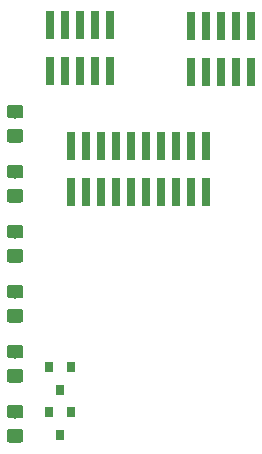
<source format=gbr>
G04 #@! TF.GenerationSoftware,KiCad,Pcbnew,5.0.2-bee76a0~70~ubuntu18.10.1*
G04 #@! TF.CreationDate,2018-12-21T17:56:49+01:00*
G04 #@! TF.ProjectId,jtag_adapter,6a746167-5f61-4646-9170-7465722e6b69,rev?*
G04 #@! TF.SameCoordinates,Original*
G04 #@! TF.FileFunction,Paste,Top*
G04 #@! TF.FilePolarity,Positive*
%FSLAX46Y46*%
G04 Gerber Fmt 4.6, Leading zero omitted, Abs format (unit mm)*
G04 Created by KiCad (PCBNEW 5.0.2-bee76a0~70~ubuntu18.10.1) date Fri 21 Dec 2018 05:56:49 PM CET*
%MOMM*%
%LPD*%
G01*
G04 APERTURE LIST*
%ADD10R,0.740000X2.400000*%
%ADD11C,0.100000*%
%ADD12C,1.150000*%
%ADD13R,0.800000X0.900000*%
G04 APERTURE END LIST*
D10*
G04 #@! TO.C,J9*
X131760000Y-70530000D03*
X131760000Y-66630000D03*
X133030000Y-70530000D03*
X133030000Y-66630000D03*
X134300000Y-70530000D03*
X134300000Y-66630000D03*
X135570000Y-70530000D03*
X135570000Y-66630000D03*
X136840000Y-70530000D03*
X136840000Y-66630000D03*
G04 #@! TD*
G04 #@! TO.C,J4*
X133015000Y-76790000D03*
X133015000Y-80690000D03*
X131745000Y-76790000D03*
X131745000Y-80690000D03*
X130475000Y-76790000D03*
X130475000Y-80690000D03*
X129205000Y-76790000D03*
X129205000Y-80690000D03*
X127935000Y-76790000D03*
X127935000Y-80690000D03*
X126665000Y-76790000D03*
X126665000Y-80690000D03*
X125395000Y-76790000D03*
X125395000Y-80690000D03*
X124125000Y-76790000D03*
X124125000Y-80690000D03*
X122855000Y-76790000D03*
X122855000Y-80690000D03*
X121585000Y-76790000D03*
X121585000Y-80690000D03*
G04 #@! TD*
G04 #@! TO.C,J1*
X124840000Y-66550000D03*
X124840000Y-70450000D03*
X123570000Y-66550000D03*
X123570000Y-70450000D03*
X122300000Y-66550000D03*
X122300000Y-70450000D03*
X121030000Y-66550000D03*
X121030000Y-70450000D03*
X119760000Y-66550000D03*
X119760000Y-70450000D03*
G04 #@! TD*
D11*
G04 #@! TO.C,D3*
G36*
X117314505Y-80461204D02*
X117338773Y-80464804D01*
X117362572Y-80470765D01*
X117385671Y-80479030D01*
X117407850Y-80489520D01*
X117428893Y-80502132D01*
X117448599Y-80516747D01*
X117466777Y-80533223D01*
X117483253Y-80551401D01*
X117497868Y-80571107D01*
X117510480Y-80592150D01*
X117520970Y-80614329D01*
X117529235Y-80637428D01*
X117535196Y-80661227D01*
X117538796Y-80685495D01*
X117540000Y-80709999D01*
X117540000Y-81360001D01*
X117538796Y-81384505D01*
X117535196Y-81408773D01*
X117529235Y-81432572D01*
X117520970Y-81455671D01*
X117510480Y-81477850D01*
X117497868Y-81498893D01*
X117483253Y-81518599D01*
X117466777Y-81536777D01*
X117448599Y-81553253D01*
X117428893Y-81567868D01*
X117407850Y-81580480D01*
X117385671Y-81590970D01*
X117362572Y-81599235D01*
X117338773Y-81605196D01*
X117314505Y-81608796D01*
X117290001Y-81610000D01*
X116389999Y-81610000D01*
X116365495Y-81608796D01*
X116341227Y-81605196D01*
X116317428Y-81599235D01*
X116294329Y-81590970D01*
X116272150Y-81580480D01*
X116251107Y-81567868D01*
X116231401Y-81553253D01*
X116213223Y-81536777D01*
X116196747Y-81518599D01*
X116182132Y-81498893D01*
X116169520Y-81477850D01*
X116159030Y-81455671D01*
X116150765Y-81432572D01*
X116144804Y-81408773D01*
X116141204Y-81384505D01*
X116140000Y-81360001D01*
X116140000Y-80709999D01*
X116141204Y-80685495D01*
X116144804Y-80661227D01*
X116150765Y-80637428D01*
X116159030Y-80614329D01*
X116169520Y-80592150D01*
X116182132Y-80571107D01*
X116196747Y-80551401D01*
X116213223Y-80533223D01*
X116231401Y-80516747D01*
X116251107Y-80502132D01*
X116272150Y-80489520D01*
X116294329Y-80479030D01*
X116317428Y-80470765D01*
X116341227Y-80464804D01*
X116365495Y-80461204D01*
X116389999Y-80460000D01*
X117290001Y-80460000D01*
X117314505Y-80461204D01*
X117314505Y-80461204D01*
G37*
D12*
X116840000Y-81035000D03*
D11*
G36*
X117314505Y-78411204D02*
X117338773Y-78414804D01*
X117362572Y-78420765D01*
X117385671Y-78429030D01*
X117407850Y-78439520D01*
X117428893Y-78452132D01*
X117448599Y-78466747D01*
X117466777Y-78483223D01*
X117483253Y-78501401D01*
X117497868Y-78521107D01*
X117510480Y-78542150D01*
X117520970Y-78564329D01*
X117529235Y-78587428D01*
X117535196Y-78611227D01*
X117538796Y-78635495D01*
X117540000Y-78659999D01*
X117540000Y-79310001D01*
X117538796Y-79334505D01*
X117535196Y-79358773D01*
X117529235Y-79382572D01*
X117520970Y-79405671D01*
X117510480Y-79427850D01*
X117497868Y-79448893D01*
X117483253Y-79468599D01*
X117466777Y-79486777D01*
X117448599Y-79503253D01*
X117428893Y-79517868D01*
X117407850Y-79530480D01*
X117385671Y-79540970D01*
X117362572Y-79549235D01*
X117338773Y-79555196D01*
X117314505Y-79558796D01*
X117290001Y-79560000D01*
X116389999Y-79560000D01*
X116365495Y-79558796D01*
X116341227Y-79555196D01*
X116317428Y-79549235D01*
X116294329Y-79540970D01*
X116272150Y-79530480D01*
X116251107Y-79517868D01*
X116231401Y-79503253D01*
X116213223Y-79486777D01*
X116196747Y-79468599D01*
X116182132Y-79448893D01*
X116169520Y-79427850D01*
X116159030Y-79405671D01*
X116150765Y-79382572D01*
X116144804Y-79358773D01*
X116141204Y-79334505D01*
X116140000Y-79310001D01*
X116140000Y-78659999D01*
X116141204Y-78635495D01*
X116144804Y-78611227D01*
X116150765Y-78587428D01*
X116159030Y-78564329D01*
X116169520Y-78542150D01*
X116182132Y-78521107D01*
X116196747Y-78501401D01*
X116213223Y-78483223D01*
X116231401Y-78466747D01*
X116251107Y-78452132D01*
X116272150Y-78439520D01*
X116294329Y-78429030D01*
X116317428Y-78420765D01*
X116341227Y-78414804D01*
X116365495Y-78411204D01*
X116389999Y-78410000D01*
X117290001Y-78410000D01*
X117314505Y-78411204D01*
X117314505Y-78411204D01*
G37*
D12*
X116840000Y-78985000D03*
G04 #@! TD*
D11*
G04 #@! TO.C,D2*
G36*
X117314505Y-85541204D02*
X117338773Y-85544804D01*
X117362572Y-85550765D01*
X117385671Y-85559030D01*
X117407850Y-85569520D01*
X117428893Y-85582132D01*
X117448599Y-85596747D01*
X117466777Y-85613223D01*
X117483253Y-85631401D01*
X117497868Y-85651107D01*
X117510480Y-85672150D01*
X117520970Y-85694329D01*
X117529235Y-85717428D01*
X117535196Y-85741227D01*
X117538796Y-85765495D01*
X117540000Y-85789999D01*
X117540000Y-86440001D01*
X117538796Y-86464505D01*
X117535196Y-86488773D01*
X117529235Y-86512572D01*
X117520970Y-86535671D01*
X117510480Y-86557850D01*
X117497868Y-86578893D01*
X117483253Y-86598599D01*
X117466777Y-86616777D01*
X117448599Y-86633253D01*
X117428893Y-86647868D01*
X117407850Y-86660480D01*
X117385671Y-86670970D01*
X117362572Y-86679235D01*
X117338773Y-86685196D01*
X117314505Y-86688796D01*
X117290001Y-86690000D01*
X116389999Y-86690000D01*
X116365495Y-86688796D01*
X116341227Y-86685196D01*
X116317428Y-86679235D01*
X116294329Y-86670970D01*
X116272150Y-86660480D01*
X116251107Y-86647868D01*
X116231401Y-86633253D01*
X116213223Y-86616777D01*
X116196747Y-86598599D01*
X116182132Y-86578893D01*
X116169520Y-86557850D01*
X116159030Y-86535671D01*
X116150765Y-86512572D01*
X116144804Y-86488773D01*
X116141204Y-86464505D01*
X116140000Y-86440001D01*
X116140000Y-85789999D01*
X116141204Y-85765495D01*
X116144804Y-85741227D01*
X116150765Y-85717428D01*
X116159030Y-85694329D01*
X116169520Y-85672150D01*
X116182132Y-85651107D01*
X116196747Y-85631401D01*
X116213223Y-85613223D01*
X116231401Y-85596747D01*
X116251107Y-85582132D01*
X116272150Y-85569520D01*
X116294329Y-85559030D01*
X116317428Y-85550765D01*
X116341227Y-85544804D01*
X116365495Y-85541204D01*
X116389999Y-85540000D01*
X117290001Y-85540000D01*
X117314505Y-85541204D01*
X117314505Y-85541204D01*
G37*
D12*
X116840000Y-86115000D03*
D11*
G36*
X117314505Y-83491204D02*
X117338773Y-83494804D01*
X117362572Y-83500765D01*
X117385671Y-83509030D01*
X117407850Y-83519520D01*
X117428893Y-83532132D01*
X117448599Y-83546747D01*
X117466777Y-83563223D01*
X117483253Y-83581401D01*
X117497868Y-83601107D01*
X117510480Y-83622150D01*
X117520970Y-83644329D01*
X117529235Y-83667428D01*
X117535196Y-83691227D01*
X117538796Y-83715495D01*
X117540000Y-83739999D01*
X117540000Y-84390001D01*
X117538796Y-84414505D01*
X117535196Y-84438773D01*
X117529235Y-84462572D01*
X117520970Y-84485671D01*
X117510480Y-84507850D01*
X117497868Y-84528893D01*
X117483253Y-84548599D01*
X117466777Y-84566777D01*
X117448599Y-84583253D01*
X117428893Y-84597868D01*
X117407850Y-84610480D01*
X117385671Y-84620970D01*
X117362572Y-84629235D01*
X117338773Y-84635196D01*
X117314505Y-84638796D01*
X117290001Y-84640000D01*
X116389999Y-84640000D01*
X116365495Y-84638796D01*
X116341227Y-84635196D01*
X116317428Y-84629235D01*
X116294329Y-84620970D01*
X116272150Y-84610480D01*
X116251107Y-84597868D01*
X116231401Y-84583253D01*
X116213223Y-84566777D01*
X116196747Y-84548599D01*
X116182132Y-84528893D01*
X116169520Y-84507850D01*
X116159030Y-84485671D01*
X116150765Y-84462572D01*
X116144804Y-84438773D01*
X116141204Y-84414505D01*
X116140000Y-84390001D01*
X116140000Y-83739999D01*
X116141204Y-83715495D01*
X116144804Y-83691227D01*
X116150765Y-83667428D01*
X116159030Y-83644329D01*
X116169520Y-83622150D01*
X116182132Y-83601107D01*
X116196747Y-83581401D01*
X116213223Y-83563223D01*
X116231401Y-83546747D01*
X116251107Y-83532132D01*
X116272150Y-83519520D01*
X116294329Y-83509030D01*
X116317428Y-83500765D01*
X116341227Y-83494804D01*
X116365495Y-83491204D01*
X116389999Y-83490000D01*
X117290001Y-83490000D01*
X117314505Y-83491204D01*
X117314505Y-83491204D01*
G37*
D12*
X116840000Y-84065000D03*
G04 #@! TD*
D11*
G04 #@! TO.C,D1*
G36*
X117314505Y-100781204D02*
X117338773Y-100784804D01*
X117362572Y-100790765D01*
X117385671Y-100799030D01*
X117407850Y-100809520D01*
X117428893Y-100822132D01*
X117448599Y-100836747D01*
X117466777Y-100853223D01*
X117483253Y-100871401D01*
X117497868Y-100891107D01*
X117510480Y-100912150D01*
X117520970Y-100934329D01*
X117529235Y-100957428D01*
X117535196Y-100981227D01*
X117538796Y-101005495D01*
X117540000Y-101029999D01*
X117540000Y-101680001D01*
X117538796Y-101704505D01*
X117535196Y-101728773D01*
X117529235Y-101752572D01*
X117520970Y-101775671D01*
X117510480Y-101797850D01*
X117497868Y-101818893D01*
X117483253Y-101838599D01*
X117466777Y-101856777D01*
X117448599Y-101873253D01*
X117428893Y-101887868D01*
X117407850Y-101900480D01*
X117385671Y-101910970D01*
X117362572Y-101919235D01*
X117338773Y-101925196D01*
X117314505Y-101928796D01*
X117290001Y-101930000D01*
X116389999Y-101930000D01*
X116365495Y-101928796D01*
X116341227Y-101925196D01*
X116317428Y-101919235D01*
X116294329Y-101910970D01*
X116272150Y-101900480D01*
X116251107Y-101887868D01*
X116231401Y-101873253D01*
X116213223Y-101856777D01*
X116196747Y-101838599D01*
X116182132Y-101818893D01*
X116169520Y-101797850D01*
X116159030Y-101775671D01*
X116150765Y-101752572D01*
X116144804Y-101728773D01*
X116141204Y-101704505D01*
X116140000Y-101680001D01*
X116140000Y-101029999D01*
X116141204Y-101005495D01*
X116144804Y-100981227D01*
X116150765Y-100957428D01*
X116159030Y-100934329D01*
X116169520Y-100912150D01*
X116182132Y-100891107D01*
X116196747Y-100871401D01*
X116213223Y-100853223D01*
X116231401Y-100836747D01*
X116251107Y-100822132D01*
X116272150Y-100809520D01*
X116294329Y-100799030D01*
X116317428Y-100790765D01*
X116341227Y-100784804D01*
X116365495Y-100781204D01*
X116389999Y-100780000D01*
X117290001Y-100780000D01*
X117314505Y-100781204D01*
X117314505Y-100781204D01*
G37*
D12*
X116840000Y-101355000D03*
D11*
G36*
X117314505Y-98731204D02*
X117338773Y-98734804D01*
X117362572Y-98740765D01*
X117385671Y-98749030D01*
X117407850Y-98759520D01*
X117428893Y-98772132D01*
X117448599Y-98786747D01*
X117466777Y-98803223D01*
X117483253Y-98821401D01*
X117497868Y-98841107D01*
X117510480Y-98862150D01*
X117520970Y-98884329D01*
X117529235Y-98907428D01*
X117535196Y-98931227D01*
X117538796Y-98955495D01*
X117540000Y-98979999D01*
X117540000Y-99630001D01*
X117538796Y-99654505D01*
X117535196Y-99678773D01*
X117529235Y-99702572D01*
X117520970Y-99725671D01*
X117510480Y-99747850D01*
X117497868Y-99768893D01*
X117483253Y-99788599D01*
X117466777Y-99806777D01*
X117448599Y-99823253D01*
X117428893Y-99837868D01*
X117407850Y-99850480D01*
X117385671Y-99860970D01*
X117362572Y-99869235D01*
X117338773Y-99875196D01*
X117314505Y-99878796D01*
X117290001Y-99880000D01*
X116389999Y-99880000D01*
X116365495Y-99878796D01*
X116341227Y-99875196D01*
X116317428Y-99869235D01*
X116294329Y-99860970D01*
X116272150Y-99850480D01*
X116251107Y-99837868D01*
X116231401Y-99823253D01*
X116213223Y-99806777D01*
X116196747Y-99788599D01*
X116182132Y-99768893D01*
X116169520Y-99747850D01*
X116159030Y-99725671D01*
X116150765Y-99702572D01*
X116144804Y-99678773D01*
X116141204Y-99654505D01*
X116140000Y-99630001D01*
X116140000Y-98979999D01*
X116141204Y-98955495D01*
X116144804Y-98931227D01*
X116150765Y-98907428D01*
X116159030Y-98884329D01*
X116169520Y-98862150D01*
X116182132Y-98841107D01*
X116196747Y-98821401D01*
X116213223Y-98803223D01*
X116231401Y-98786747D01*
X116251107Y-98772132D01*
X116272150Y-98759520D01*
X116294329Y-98749030D01*
X116317428Y-98740765D01*
X116341227Y-98734804D01*
X116365495Y-98731204D01*
X116389999Y-98730000D01*
X117290001Y-98730000D01*
X117314505Y-98731204D01*
X117314505Y-98731204D01*
G37*
D12*
X116840000Y-99305000D03*
G04 #@! TD*
D13*
G04 #@! TO.C,Q2*
X120650000Y-97520000D03*
X119700000Y-95520000D03*
X121600000Y-95520000D03*
G04 #@! TD*
G04 #@! TO.C,Q1*
X121600000Y-99330000D03*
X119700000Y-99330000D03*
X120650000Y-101330000D03*
G04 #@! TD*
D11*
G04 #@! TO.C,R3*
G36*
X117314505Y-73331204D02*
X117338773Y-73334804D01*
X117362572Y-73340765D01*
X117385671Y-73349030D01*
X117407850Y-73359520D01*
X117428893Y-73372132D01*
X117448599Y-73386747D01*
X117466777Y-73403223D01*
X117483253Y-73421401D01*
X117497868Y-73441107D01*
X117510480Y-73462150D01*
X117520970Y-73484329D01*
X117529235Y-73507428D01*
X117535196Y-73531227D01*
X117538796Y-73555495D01*
X117540000Y-73579999D01*
X117540000Y-74230001D01*
X117538796Y-74254505D01*
X117535196Y-74278773D01*
X117529235Y-74302572D01*
X117520970Y-74325671D01*
X117510480Y-74347850D01*
X117497868Y-74368893D01*
X117483253Y-74388599D01*
X117466777Y-74406777D01*
X117448599Y-74423253D01*
X117428893Y-74437868D01*
X117407850Y-74450480D01*
X117385671Y-74460970D01*
X117362572Y-74469235D01*
X117338773Y-74475196D01*
X117314505Y-74478796D01*
X117290001Y-74480000D01*
X116389999Y-74480000D01*
X116365495Y-74478796D01*
X116341227Y-74475196D01*
X116317428Y-74469235D01*
X116294329Y-74460970D01*
X116272150Y-74450480D01*
X116251107Y-74437868D01*
X116231401Y-74423253D01*
X116213223Y-74406777D01*
X116196747Y-74388599D01*
X116182132Y-74368893D01*
X116169520Y-74347850D01*
X116159030Y-74325671D01*
X116150765Y-74302572D01*
X116144804Y-74278773D01*
X116141204Y-74254505D01*
X116140000Y-74230001D01*
X116140000Y-73579999D01*
X116141204Y-73555495D01*
X116144804Y-73531227D01*
X116150765Y-73507428D01*
X116159030Y-73484329D01*
X116169520Y-73462150D01*
X116182132Y-73441107D01*
X116196747Y-73421401D01*
X116213223Y-73403223D01*
X116231401Y-73386747D01*
X116251107Y-73372132D01*
X116272150Y-73359520D01*
X116294329Y-73349030D01*
X116317428Y-73340765D01*
X116341227Y-73334804D01*
X116365495Y-73331204D01*
X116389999Y-73330000D01*
X117290001Y-73330000D01*
X117314505Y-73331204D01*
X117314505Y-73331204D01*
G37*
D12*
X116840000Y-73905000D03*
D11*
G36*
X117314505Y-75381204D02*
X117338773Y-75384804D01*
X117362572Y-75390765D01*
X117385671Y-75399030D01*
X117407850Y-75409520D01*
X117428893Y-75422132D01*
X117448599Y-75436747D01*
X117466777Y-75453223D01*
X117483253Y-75471401D01*
X117497868Y-75491107D01*
X117510480Y-75512150D01*
X117520970Y-75534329D01*
X117529235Y-75557428D01*
X117535196Y-75581227D01*
X117538796Y-75605495D01*
X117540000Y-75629999D01*
X117540000Y-76280001D01*
X117538796Y-76304505D01*
X117535196Y-76328773D01*
X117529235Y-76352572D01*
X117520970Y-76375671D01*
X117510480Y-76397850D01*
X117497868Y-76418893D01*
X117483253Y-76438599D01*
X117466777Y-76456777D01*
X117448599Y-76473253D01*
X117428893Y-76487868D01*
X117407850Y-76500480D01*
X117385671Y-76510970D01*
X117362572Y-76519235D01*
X117338773Y-76525196D01*
X117314505Y-76528796D01*
X117290001Y-76530000D01*
X116389999Y-76530000D01*
X116365495Y-76528796D01*
X116341227Y-76525196D01*
X116317428Y-76519235D01*
X116294329Y-76510970D01*
X116272150Y-76500480D01*
X116251107Y-76487868D01*
X116231401Y-76473253D01*
X116213223Y-76456777D01*
X116196747Y-76438599D01*
X116182132Y-76418893D01*
X116169520Y-76397850D01*
X116159030Y-76375671D01*
X116150765Y-76352572D01*
X116144804Y-76328773D01*
X116141204Y-76304505D01*
X116140000Y-76280001D01*
X116140000Y-75629999D01*
X116141204Y-75605495D01*
X116144804Y-75581227D01*
X116150765Y-75557428D01*
X116159030Y-75534329D01*
X116169520Y-75512150D01*
X116182132Y-75491107D01*
X116196747Y-75471401D01*
X116213223Y-75453223D01*
X116231401Y-75436747D01*
X116251107Y-75422132D01*
X116272150Y-75409520D01*
X116294329Y-75399030D01*
X116317428Y-75390765D01*
X116341227Y-75384804D01*
X116365495Y-75381204D01*
X116389999Y-75380000D01*
X117290001Y-75380000D01*
X117314505Y-75381204D01*
X117314505Y-75381204D01*
G37*
D12*
X116840000Y-75955000D03*
G04 #@! TD*
D11*
G04 #@! TO.C,R2*
G36*
X117314505Y-88571204D02*
X117338773Y-88574804D01*
X117362572Y-88580765D01*
X117385671Y-88589030D01*
X117407850Y-88599520D01*
X117428893Y-88612132D01*
X117448599Y-88626747D01*
X117466777Y-88643223D01*
X117483253Y-88661401D01*
X117497868Y-88681107D01*
X117510480Y-88702150D01*
X117520970Y-88724329D01*
X117529235Y-88747428D01*
X117535196Y-88771227D01*
X117538796Y-88795495D01*
X117540000Y-88819999D01*
X117540000Y-89470001D01*
X117538796Y-89494505D01*
X117535196Y-89518773D01*
X117529235Y-89542572D01*
X117520970Y-89565671D01*
X117510480Y-89587850D01*
X117497868Y-89608893D01*
X117483253Y-89628599D01*
X117466777Y-89646777D01*
X117448599Y-89663253D01*
X117428893Y-89677868D01*
X117407850Y-89690480D01*
X117385671Y-89700970D01*
X117362572Y-89709235D01*
X117338773Y-89715196D01*
X117314505Y-89718796D01*
X117290001Y-89720000D01*
X116389999Y-89720000D01*
X116365495Y-89718796D01*
X116341227Y-89715196D01*
X116317428Y-89709235D01*
X116294329Y-89700970D01*
X116272150Y-89690480D01*
X116251107Y-89677868D01*
X116231401Y-89663253D01*
X116213223Y-89646777D01*
X116196747Y-89628599D01*
X116182132Y-89608893D01*
X116169520Y-89587850D01*
X116159030Y-89565671D01*
X116150765Y-89542572D01*
X116144804Y-89518773D01*
X116141204Y-89494505D01*
X116140000Y-89470001D01*
X116140000Y-88819999D01*
X116141204Y-88795495D01*
X116144804Y-88771227D01*
X116150765Y-88747428D01*
X116159030Y-88724329D01*
X116169520Y-88702150D01*
X116182132Y-88681107D01*
X116196747Y-88661401D01*
X116213223Y-88643223D01*
X116231401Y-88626747D01*
X116251107Y-88612132D01*
X116272150Y-88599520D01*
X116294329Y-88589030D01*
X116317428Y-88580765D01*
X116341227Y-88574804D01*
X116365495Y-88571204D01*
X116389999Y-88570000D01*
X117290001Y-88570000D01*
X117314505Y-88571204D01*
X117314505Y-88571204D01*
G37*
D12*
X116840000Y-89145000D03*
D11*
G36*
X117314505Y-90621204D02*
X117338773Y-90624804D01*
X117362572Y-90630765D01*
X117385671Y-90639030D01*
X117407850Y-90649520D01*
X117428893Y-90662132D01*
X117448599Y-90676747D01*
X117466777Y-90693223D01*
X117483253Y-90711401D01*
X117497868Y-90731107D01*
X117510480Y-90752150D01*
X117520970Y-90774329D01*
X117529235Y-90797428D01*
X117535196Y-90821227D01*
X117538796Y-90845495D01*
X117540000Y-90869999D01*
X117540000Y-91520001D01*
X117538796Y-91544505D01*
X117535196Y-91568773D01*
X117529235Y-91592572D01*
X117520970Y-91615671D01*
X117510480Y-91637850D01*
X117497868Y-91658893D01*
X117483253Y-91678599D01*
X117466777Y-91696777D01*
X117448599Y-91713253D01*
X117428893Y-91727868D01*
X117407850Y-91740480D01*
X117385671Y-91750970D01*
X117362572Y-91759235D01*
X117338773Y-91765196D01*
X117314505Y-91768796D01*
X117290001Y-91770000D01*
X116389999Y-91770000D01*
X116365495Y-91768796D01*
X116341227Y-91765196D01*
X116317428Y-91759235D01*
X116294329Y-91750970D01*
X116272150Y-91740480D01*
X116251107Y-91727868D01*
X116231401Y-91713253D01*
X116213223Y-91696777D01*
X116196747Y-91678599D01*
X116182132Y-91658893D01*
X116169520Y-91637850D01*
X116159030Y-91615671D01*
X116150765Y-91592572D01*
X116144804Y-91568773D01*
X116141204Y-91544505D01*
X116140000Y-91520001D01*
X116140000Y-90869999D01*
X116141204Y-90845495D01*
X116144804Y-90821227D01*
X116150765Y-90797428D01*
X116159030Y-90774329D01*
X116169520Y-90752150D01*
X116182132Y-90731107D01*
X116196747Y-90711401D01*
X116213223Y-90693223D01*
X116231401Y-90676747D01*
X116251107Y-90662132D01*
X116272150Y-90649520D01*
X116294329Y-90639030D01*
X116317428Y-90630765D01*
X116341227Y-90624804D01*
X116365495Y-90621204D01*
X116389999Y-90620000D01*
X117290001Y-90620000D01*
X117314505Y-90621204D01*
X117314505Y-90621204D01*
G37*
D12*
X116840000Y-91195000D03*
G04 #@! TD*
D11*
G04 #@! TO.C,R1*
G36*
X117314505Y-93651204D02*
X117338773Y-93654804D01*
X117362572Y-93660765D01*
X117385671Y-93669030D01*
X117407850Y-93679520D01*
X117428893Y-93692132D01*
X117448599Y-93706747D01*
X117466777Y-93723223D01*
X117483253Y-93741401D01*
X117497868Y-93761107D01*
X117510480Y-93782150D01*
X117520970Y-93804329D01*
X117529235Y-93827428D01*
X117535196Y-93851227D01*
X117538796Y-93875495D01*
X117540000Y-93899999D01*
X117540000Y-94550001D01*
X117538796Y-94574505D01*
X117535196Y-94598773D01*
X117529235Y-94622572D01*
X117520970Y-94645671D01*
X117510480Y-94667850D01*
X117497868Y-94688893D01*
X117483253Y-94708599D01*
X117466777Y-94726777D01*
X117448599Y-94743253D01*
X117428893Y-94757868D01*
X117407850Y-94770480D01*
X117385671Y-94780970D01*
X117362572Y-94789235D01*
X117338773Y-94795196D01*
X117314505Y-94798796D01*
X117290001Y-94800000D01*
X116389999Y-94800000D01*
X116365495Y-94798796D01*
X116341227Y-94795196D01*
X116317428Y-94789235D01*
X116294329Y-94780970D01*
X116272150Y-94770480D01*
X116251107Y-94757868D01*
X116231401Y-94743253D01*
X116213223Y-94726777D01*
X116196747Y-94708599D01*
X116182132Y-94688893D01*
X116169520Y-94667850D01*
X116159030Y-94645671D01*
X116150765Y-94622572D01*
X116144804Y-94598773D01*
X116141204Y-94574505D01*
X116140000Y-94550001D01*
X116140000Y-93899999D01*
X116141204Y-93875495D01*
X116144804Y-93851227D01*
X116150765Y-93827428D01*
X116159030Y-93804329D01*
X116169520Y-93782150D01*
X116182132Y-93761107D01*
X116196747Y-93741401D01*
X116213223Y-93723223D01*
X116231401Y-93706747D01*
X116251107Y-93692132D01*
X116272150Y-93679520D01*
X116294329Y-93669030D01*
X116317428Y-93660765D01*
X116341227Y-93654804D01*
X116365495Y-93651204D01*
X116389999Y-93650000D01*
X117290001Y-93650000D01*
X117314505Y-93651204D01*
X117314505Y-93651204D01*
G37*
D12*
X116840000Y-94225000D03*
D11*
G36*
X117314505Y-95701204D02*
X117338773Y-95704804D01*
X117362572Y-95710765D01*
X117385671Y-95719030D01*
X117407850Y-95729520D01*
X117428893Y-95742132D01*
X117448599Y-95756747D01*
X117466777Y-95773223D01*
X117483253Y-95791401D01*
X117497868Y-95811107D01*
X117510480Y-95832150D01*
X117520970Y-95854329D01*
X117529235Y-95877428D01*
X117535196Y-95901227D01*
X117538796Y-95925495D01*
X117540000Y-95949999D01*
X117540000Y-96600001D01*
X117538796Y-96624505D01*
X117535196Y-96648773D01*
X117529235Y-96672572D01*
X117520970Y-96695671D01*
X117510480Y-96717850D01*
X117497868Y-96738893D01*
X117483253Y-96758599D01*
X117466777Y-96776777D01*
X117448599Y-96793253D01*
X117428893Y-96807868D01*
X117407850Y-96820480D01*
X117385671Y-96830970D01*
X117362572Y-96839235D01*
X117338773Y-96845196D01*
X117314505Y-96848796D01*
X117290001Y-96850000D01*
X116389999Y-96850000D01*
X116365495Y-96848796D01*
X116341227Y-96845196D01*
X116317428Y-96839235D01*
X116294329Y-96830970D01*
X116272150Y-96820480D01*
X116251107Y-96807868D01*
X116231401Y-96793253D01*
X116213223Y-96776777D01*
X116196747Y-96758599D01*
X116182132Y-96738893D01*
X116169520Y-96717850D01*
X116159030Y-96695671D01*
X116150765Y-96672572D01*
X116144804Y-96648773D01*
X116141204Y-96624505D01*
X116140000Y-96600001D01*
X116140000Y-95949999D01*
X116141204Y-95925495D01*
X116144804Y-95901227D01*
X116150765Y-95877428D01*
X116159030Y-95854329D01*
X116169520Y-95832150D01*
X116182132Y-95811107D01*
X116196747Y-95791401D01*
X116213223Y-95773223D01*
X116231401Y-95756747D01*
X116251107Y-95742132D01*
X116272150Y-95729520D01*
X116294329Y-95719030D01*
X116317428Y-95710765D01*
X116341227Y-95704804D01*
X116365495Y-95701204D01*
X116389999Y-95700000D01*
X117290001Y-95700000D01*
X117314505Y-95701204D01*
X117314505Y-95701204D01*
G37*
D12*
X116840000Y-96275000D03*
G04 #@! TD*
M02*

</source>
